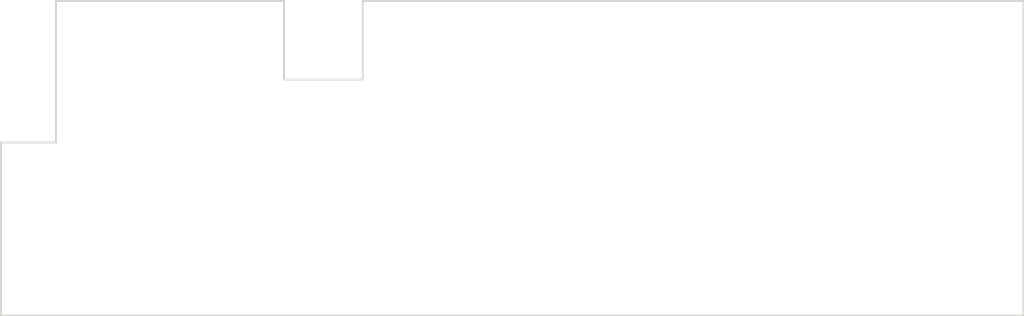
<source format=kicad_pcb>
(kicad_pcb (version 4) (host pcbnew "(2016-03-01 BZR 6238)-product")

  (general
    (links 3)
    (no_connects 3)
    (area 120.574999 87.18 177.875001 114.375001)
    (thickness 1.6)
    (drawings 10)
    (tracks 0)
    (zones 0)
    (modules 0)
    (nets 1)
  )

  (page A4)
  (layers
    (0 F.Cu signal)
    (31 B.Cu signal)
    (32 B.Adhes user)
    (33 F.Adhes user)
    (34 B.Paste user)
    (35 F.Paste user)
    (36 B.SilkS user)
    (37 F.SilkS user)
    (38 B.Mask user)
    (39 F.Mask user)
    (40 Dwgs.User user)
    (41 Cmts.User user)
    (42 Eco1.User user)
    (43 Eco2.User user)
    (44 Edge.Cuts user)
    (45 Margin user)
    (46 B.CrtYd user)
    (47 F.CrtYd user)
    (48 B.Fab user)
    (49 F.Fab user)
  )

  (setup
    (last_trace_width 0.25)
    (trace_clearance 0.2)
    (zone_clearance 0.508)
    (zone_45_only no)
    (trace_min 0.2)
    (segment_width 0.2)
    (edge_width 0.15)
    (via_size 0.6)
    (via_drill 0.4)
    (via_min_size 0.4)
    (via_min_drill 0.3)
    (uvia_size 0.3)
    (uvia_drill 0.1)
    (uvias_allowed no)
    (uvia_min_size 0.2)
    (uvia_min_drill 0.1)
    (pcb_text_width 0.3)
    (pcb_text_size 1.5 1.5)
    (mod_edge_width 0.15)
    (mod_text_size 1 1)
    (mod_text_width 0.15)
    (pad_size 1.524 1.524)
    (pad_drill 0.762)
    (pad_to_mask_clearance 0.2)
    (aux_axis_origin 120.65 114.3)
    (grid_origin 120.65 114.3)
    (visible_elements FFFFFF7F)
    (pcbplotparams
      (layerselection 0x00030_80000001)
      (usegerberextensions false)
      (excludeedgelayer true)
      (linewidth 0.100000)
      (plotframeref false)
      (viasonmask false)
      (mode 1)
      (useauxorigin false)
      (hpglpennumber 1)
      (hpglpenspeed 20)
      (hpglpendiameter 15)
      (hpglpenoverlay 2)
      (psnegative false)
      (psa4output false)
      (plotreference true)
      (plotvalue true)
      (plotinvisibletext false)
      (padsonsilk false)
      (subtractmaskfromsilk false)
      (outputformat 1)
      (mirror false)
      (drillshape 1)
      (scaleselection 1)
      (outputdirectory ""))
  )

  (net 0 "")

  (net_class Default "This is the default net class."
    (clearance 0.2)
    (trace_width 0.25)
    (via_dia 0.6)
    (via_drill 0.4)
    (uvia_dia 0.3)
    (uvia_drill 0.1)
    (add_net "Net-(J1-Pad1)")
    (add_net "Net-(J1-Pad2)")
    (add_net "Net-(J1-Pad3)")
    (add_net "Net-(J1-Pad4)")
    (add_net "Net-(J1-Pad5)")
    (add_net "Net-(J1-Pad6)")
    (add_net "Net-(J1-Pad7)")
    (add_net "Net-(J1-Pad8)")
    (add_net "Net-(J1-PadDC)")
    (add_net "Net-(J1-PadDT)")
    (add_net "Net-(J1-PadSH)")
  )

  (gr_line (start 203.2 114.3) (end 120.65 114.3) (layer Edge.Cuts) (width 0.15))
  (gr_line (start 203.2 88.9) (end 203.2 114.3) (layer Edge.Cuts) (width 0.15))
  (gr_line (start 149.86 88.9) (end 203.2 88.9) (layer Edge.Cuts) (width 0.15))
  (gr_line (start 149.86 95.25) (end 149.86 88.9) (layer Edge.Cuts) (width 0.15))
  (gr_line (start 143.51 95.25) (end 149.86 95.25) (layer Edge.Cuts) (width 0.15))
  (gr_line (start 143.51 88.9) (end 143.51 95.25) (layer Edge.Cuts) (width 0.15))
  (gr_line (start 125.095 88.9) (end 143.51 88.9) (layer Edge.Cuts) (width 0.15))
  (gr_line (start 125.095 100.33) (end 125.095 88.9) (layer Edge.Cuts) (width 0.15))
  (gr_line (start 120.65 100.33) (end 125.095 100.33) (layer Edge.Cuts) (width 0.15))
  (gr_line (start 120.65 114.3) (end 120.65 100.33) (layer Edge.Cuts) (width 0.15))

)

</source>
